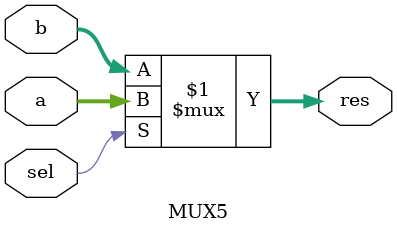
<source format=v>

module MUX5
(
	input[4:0] a, b, 
	input sel,
	output [4:0] res);
assign res = sel ? a : b ;
endmodule






</source>
